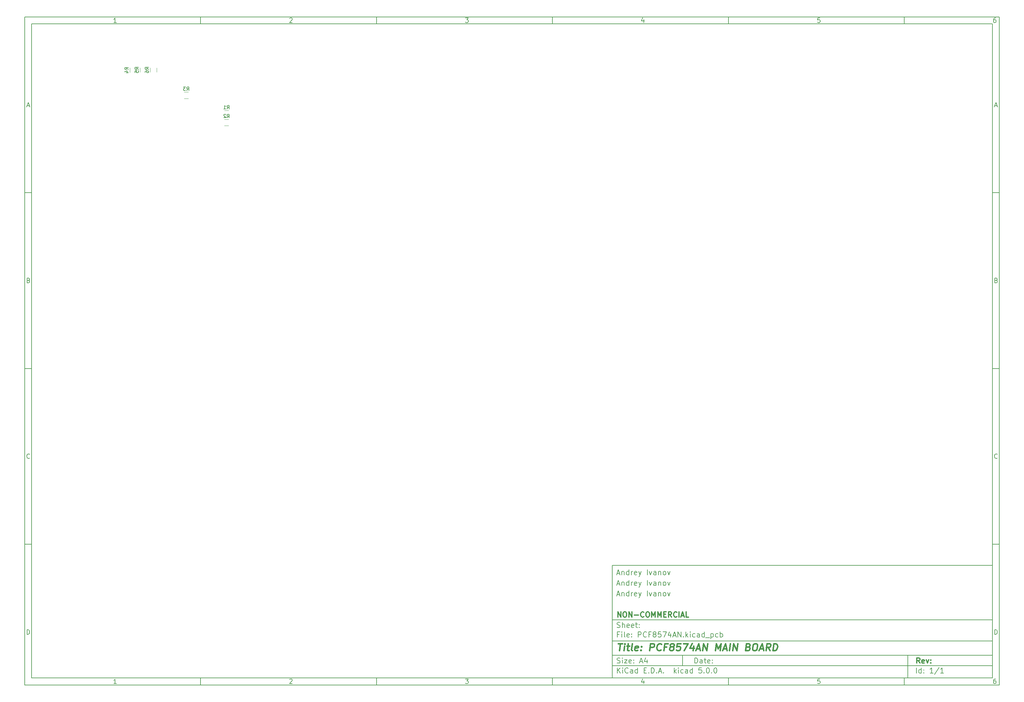
<source format=gbr>
G04 #@! TF.GenerationSoftware,KiCad,Pcbnew,5.0.0*
G04 #@! TF.CreationDate,2018-09-29T21:29:33+03:00*
G04 #@! TF.ProjectId,PCF8574AN,50434638353734414E2E6B696361645F,rev?*
G04 #@! TF.SameCoordinates,Original*
G04 #@! TF.FileFunction,Legend,Bot*
G04 #@! TF.FilePolarity,Positive*
%FSLAX46Y46*%
G04 Gerber Fmt 4.6, Leading zero omitted, Abs format (unit mm)*
G04 Created by KiCad (PCBNEW 5.0.0) date Sat Sep 29 21:29:33 2018*
%MOMM*%
%LPD*%
G01*
G04 APERTURE LIST*
%ADD10C,0.100000*%
%ADD11C,0.150000*%
%ADD12C,0.300000*%
%ADD13C,0.400000*%
%ADD14C,0.120000*%
G04 APERTURE END LIST*
D10*
D11*
X177002200Y-166007200D02*
X177002200Y-198007200D01*
X285002200Y-198007200D01*
X285002200Y-166007200D01*
X177002200Y-166007200D01*
D10*
D11*
X10000000Y-10000000D02*
X10000000Y-200007200D01*
X287002200Y-200007200D01*
X287002200Y-10000000D01*
X10000000Y-10000000D01*
D10*
D11*
X12000000Y-12000000D02*
X12000000Y-198007200D01*
X285002200Y-198007200D01*
X285002200Y-12000000D01*
X12000000Y-12000000D01*
D10*
D11*
X60000000Y-12000000D02*
X60000000Y-10000000D01*
D10*
D11*
X110000000Y-12000000D02*
X110000000Y-10000000D01*
D10*
D11*
X160000000Y-12000000D02*
X160000000Y-10000000D01*
D10*
D11*
X210000000Y-12000000D02*
X210000000Y-10000000D01*
D10*
D11*
X260000000Y-12000000D02*
X260000000Y-10000000D01*
D10*
D11*
X36065476Y-11588095D02*
X35322619Y-11588095D01*
X35694047Y-11588095D02*
X35694047Y-10288095D01*
X35570238Y-10473809D01*
X35446428Y-10597619D01*
X35322619Y-10659523D01*
D10*
D11*
X85322619Y-10411904D02*
X85384523Y-10350000D01*
X85508333Y-10288095D01*
X85817857Y-10288095D01*
X85941666Y-10350000D01*
X86003571Y-10411904D01*
X86065476Y-10535714D01*
X86065476Y-10659523D01*
X86003571Y-10845238D01*
X85260714Y-11588095D01*
X86065476Y-11588095D01*
D10*
D11*
X135260714Y-10288095D02*
X136065476Y-10288095D01*
X135632142Y-10783333D01*
X135817857Y-10783333D01*
X135941666Y-10845238D01*
X136003571Y-10907142D01*
X136065476Y-11030952D01*
X136065476Y-11340476D01*
X136003571Y-11464285D01*
X135941666Y-11526190D01*
X135817857Y-11588095D01*
X135446428Y-11588095D01*
X135322619Y-11526190D01*
X135260714Y-11464285D01*
D10*
D11*
X185941666Y-10721428D02*
X185941666Y-11588095D01*
X185632142Y-10226190D02*
X185322619Y-11154761D01*
X186127380Y-11154761D01*
D10*
D11*
X236003571Y-10288095D02*
X235384523Y-10288095D01*
X235322619Y-10907142D01*
X235384523Y-10845238D01*
X235508333Y-10783333D01*
X235817857Y-10783333D01*
X235941666Y-10845238D01*
X236003571Y-10907142D01*
X236065476Y-11030952D01*
X236065476Y-11340476D01*
X236003571Y-11464285D01*
X235941666Y-11526190D01*
X235817857Y-11588095D01*
X235508333Y-11588095D01*
X235384523Y-11526190D01*
X235322619Y-11464285D01*
D10*
D11*
X285941666Y-10288095D02*
X285694047Y-10288095D01*
X285570238Y-10350000D01*
X285508333Y-10411904D01*
X285384523Y-10597619D01*
X285322619Y-10845238D01*
X285322619Y-11340476D01*
X285384523Y-11464285D01*
X285446428Y-11526190D01*
X285570238Y-11588095D01*
X285817857Y-11588095D01*
X285941666Y-11526190D01*
X286003571Y-11464285D01*
X286065476Y-11340476D01*
X286065476Y-11030952D01*
X286003571Y-10907142D01*
X285941666Y-10845238D01*
X285817857Y-10783333D01*
X285570238Y-10783333D01*
X285446428Y-10845238D01*
X285384523Y-10907142D01*
X285322619Y-11030952D01*
D10*
D11*
X60000000Y-198007200D02*
X60000000Y-200007200D01*
D10*
D11*
X110000000Y-198007200D02*
X110000000Y-200007200D01*
D10*
D11*
X160000000Y-198007200D02*
X160000000Y-200007200D01*
D10*
D11*
X210000000Y-198007200D02*
X210000000Y-200007200D01*
D10*
D11*
X260000000Y-198007200D02*
X260000000Y-200007200D01*
D10*
D11*
X36065476Y-199595295D02*
X35322619Y-199595295D01*
X35694047Y-199595295D02*
X35694047Y-198295295D01*
X35570238Y-198481009D01*
X35446428Y-198604819D01*
X35322619Y-198666723D01*
D10*
D11*
X85322619Y-198419104D02*
X85384523Y-198357200D01*
X85508333Y-198295295D01*
X85817857Y-198295295D01*
X85941666Y-198357200D01*
X86003571Y-198419104D01*
X86065476Y-198542914D01*
X86065476Y-198666723D01*
X86003571Y-198852438D01*
X85260714Y-199595295D01*
X86065476Y-199595295D01*
D10*
D11*
X135260714Y-198295295D02*
X136065476Y-198295295D01*
X135632142Y-198790533D01*
X135817857Y-198790533D01*
X135941666Y-198852438D01*
X136003571Y-198914342D01*
X136065476Y-199038152D01*
X136065476Y-199347676D01*
X136003571Y-199471485D01*
X135941666Y-199533390D01*
X135817857Y-199595295D01*
X135446428Y-199595295D01*
X135322619Y-199533390D01*
X135260714Y-199471485D01*
D10*
D11*
X185941666Y-198728628D02*
X185941666Y-199595295D01*
X185632142Y-198233390D02*
X185322619Y-199161961D01*
X186127380Y-199161961D01*
D10*
D11*
X236003571Y-198295295D02*
X235384523Y-198295295D01*
X235322619Y-198914342D01*
X235384523Y-198852438D01*
X235508333Y-198790533D01*
X235817857Y-198790533D01*
X235941666Y-198852438D01*
X236003571Y-198914342D01*
X236065476Y-199038152D01*
X236065476Y-199347676D01*
X236003571Y-199471485D01*
X235941666Y-199533390D01*
X235817857Y-199595295D01*
X235508333Y-199595295D01*
X235384523Y-199533390D01*
X235322619Y-199471485D01*
D10*
D11*
X285941666Y-198295295D02*
X285694047Y-198295295D01*
X285570238Y-198357200D01*
X285508333Y-198419104D01*
X285384523Y-198604819D01*
X285322619Y-198852438D01*
X285322619Y-199347676D01*
X285384523Y-199471485D01*
X285446428Y-199533390D01*
X285570238Y-199595295D01*
X285817857Y-199595295D01*
X285941666Y-199533390D01*
X286003571Y-199471485D01*
X286065476Y-199347676D01*
X286065476Y-199038152D01*
X286003571Y-198914342D01*
X285941666Y-198852438D01*
X285817857Y-198790533D01*
X285570238Y-198790533D01*
X285446428Y-198852438D01*
X285384523Y-198914342D01*
X285322619Y-199038152D01*
D10*
D11*
X10000000Y-60000000D02*
X12000000Y-60000000D01*
D10*
D11*
X10000000Y-110000000D02*
X12000000Y-110000000D01*
D10*
D11*
X10000000Y-160000000D02*
X12000000Y-160000000D01*
D10*
D11*
X10690476Y-35216666D02*
X11309523Y-35216666D01*
X10566666Y-35588095D02*
X11000000Y-34288095D01*
X11433333Y-35588095D01*
D10*
D11*
X11092857Y-84907142D02*
X11278571Y-84969047D01*
X11340476Y-85030952D01*
X11402380Y-85154761D01*
X11402380Y-85340476D01*
X11340476Y-85464285D01*
X11278571Y-85526190D01*
X11154761Y-85588095D01*
X10659523Y-85588095D01*
X10659523Y-84288095D01*
X11092857Y-84288095D01*
X11216666Y-84350000D01*
X11278571Y-84411904D01*
X11340476Y-84535714D01*
X11340476Y-84659523D01*
X11278571Y-84783333D01*
X11216666Y-84845238D01*
X11092857Y-84907142D01*
X10659523Y-84907142D01*
D10*
D11*
X11402380Y-135464285D02*
X11340476Y-135526190D01*
X11154761Y-135588095D01*
X11030952Y-135588095D01*
X10845238Y-135526190D01*
X10721428Y-135402380D01*
X10659523Y-135278571D01*
X10597619Y-135030952D01*
X10597619Y-134845238D01*
X10659523Y-134597619D01*
X10721428Y-134473809D01*
X10845238Y-134350000D01*
X11030952Y-134288095D01*
X11154761Y-134288095D01*
X11340476Y-134350000D01*
X11402380Y-134411904D01*
D10*
D11*
X10659523Y-185588095D02*
X10659523Y-184288095D01*
X10969047Y-184288095D01*
X11154761Y-184350000D01*
X11278571Y-184473809D01*
X11340476Y-184597619D01*
X11402380Y-184845238D01*
X11402380Y-185030952D01*
X11340476Y-185278571D01*
X11278571Y-185402380D01*
X11154761Y-185526190D01*
X10969047Y-185588095D01*
X10659523Y-185588095D01*
D10*
D11*
X287002200Y-60000000D02*
X285002200Y-60000000D01*
D10*
D11*
X287002200Y-110000000D02*
X285002200Y-110000000D01*
D10*
D11*
X287002200Y-160000000D02*
X285002200Y-160000000D01*
D10*
D11*
X285692676Y-35216666D02*
X286311723Y-35216666D01*
X285568866Y-35588095D02*
X286002200Y-34288095D01*
X286435533Y-35588095D01*
D10*
D11*
X286095057Y-84907142D02*
X286280771Y-84969047D01*
X286342676Y-85030952D01*
X286404580Y-85154761D01*
X286404580Y-85340476D01*
X286342676Y-85464285D01*
X286280771Y-85526190D01*
X286156961Y-85588095D01*
X285661723Y-85588095D01*
X285661723Y-84288095D01*
X286095057Y-84288095D01*
X286218866Y-84350000D01*
X286280771Y-84411904D01*
X286342676Y-84535714D01*
X286342676Y-84659523D01*
X286280771Y-84783333D01*
X286218866Y-84845238D01*
X286095057Y-84907142D01*
X285661723Y-84907142D01*
D10*
D11*
X286404580Y-135464285D02*
X286342676Y-135526190D01*
X286156961Y-135588095D01*
X286033152Y-135588095D01*
X285847438Y-135526190D01*
X285723628Y-135402380D01*
X285661723Y-135278571D01*
X285599819Y-135030952D01*
X285599819Y-134845238D01*
X285661723Y-134597619D01*
X285723628Y-134473809D01*
X285847438Y-134350000D01*
X286033152Y-134288095D01*
X286156961Y-134288095D01*
X286342676Y-134350000D01*
X286404580Y-134411904D01*
D10*
D11*
X285661723Y-185588095D02*
X285661723Y-184288095D01*
X285971247Y-184288095D01*
X286156961Y-184350000D01*
X286280771Y-184473809D01*
X286342676Y-184597619D01*
X286404580Y-184845238D01*
X286404580Y-185030952D01*
X286342676Y-185278571D01*
X286280771Y-185402380D01*
X286156961Y-185526190D01*
X285971247Y-185588095D01*
X285661723Y-185588095D01*
D10*
D11*
X200434342Y-193785771D02*
X200434342Y-192285771D01*
X200791485Y-192285771D01*
X201005771Y-192357200D01*
X201148628Y-192500057D01*
X201220057Y-192642914D01*
X201291485Y-192928628D01*
X201291485Y-193142914D01*
X201220057Y-193428628D01*
X201148628Y-193571485D01*
X201005771Y-193714342D01*
X200791485Y-193785771D01*
X200434342Y-193785771D01*
X202577200Y-193785771D02*
X202577200Y-193000057D01*
X202505771Y-192857200D01*
X202362914Y-192785771D01*
X202077200Y-192785771D01*
X201934342Y-192857200D01*
X202577200Y-193714342D02*
X202434342Y-193785771D01*
X202077200Y-193785771D01*
X201934342Y-193714342D01*
X201862914Y-193571485D01*
X201862914Y-193428628D01*
X201934342Y-193285771D01*
X202077200Y-193214342D01*
X202434342Y-193214342D01*
X202577200Y-193142914D01*
X203077200Y-192785771D02*
X203648628Y-192785771D01*
X203291485Y-192285771D02*
X203291485Y-193571485D01*
X203362914Y-193714342D01*
X203505771Y-193785771D01*
X203648628Y-193785771D01*
X204720057Y-193714342D02*
X204577200Y-193785771D01*
X204291485Y-193785771D01*
X204148628Y-193714342D01*
X204077200Y-193571485D01*
X204077200Y-193000057D01*
X204148628Y-192857200D01*
X204291485Y-192785771D01*
X204577200Y-192785771D01*
X204720057Y-192857200D01*
X204791485Y-193000057D01*
X204791485Y-193142914D01*
X204077200Y-193285771D01*
X205434342Y-193642914D02*
X205505771Y-193714342D01*
X205434342Y-193785771D01*
X205362914Y-193714342D01*
X205434342Y-193642914D01*
X205434342Y-193785771D01*
X205434342Y-192857200D02*
X205505771Y-192928628D01*
X205434342Y-193000057D01*
X205362914Y-192928628D01*
X205434342Y-192857200D01*
X205434342Y-193000057D01*
D10*
D11*
X177002200Y-194507200D02*
X285002200Y-194507200D01*
D10*
D11*
X178434342Y-196585771D02*
X178434342Y-195085771D01*
X179291485Y-196585771D02*
X178648628Y-195728628D01*
X179291485Y-195085771D02*
X178434342Y-195942914D01*
X179934342Y-196585771D02*
X179934342Y-195585771D01*
X179934342Y-195085771D02*
X179862914Y-195157200D01*
X179934342Y-195228628D01*
X180005771Y-195157200D01*
X179934342Y-195085771D01*
X179934342Y-195228628D01*
X181505771Y-196442914D02*
X181434342Y-196514342D01*
X181220057Y-196585771D01*
X181077200Y-196585771D01*
X180862914Y-196514342D01*
X180720057Y-196371485D01*
X180648628Y-196228628D01*
X180577200Y-195942914D01*
X180577200Y-195728628D01*
X180648628Y-195442914D01*
X180720057Y-195300057D01*
X180862914Y-195157200D01*
X181077200Y-195085771D01*
X181220057Y-195085771D01*
X181434342Y-195157200D01*
X181505771Y-195228628D01*
X182791485Y-196585771D02*
X182791485Y-195800057D01*
X182720057Y-195657200D01*
X182577200Y-195585771D01*
X182291485Y-195585771D01*
X182148628Y-195657200D01*
X182791485Y-196514342D02*
X182648628Y-196585771D01*
X182291485Y-196585771D01*
X182148628Y-196514342D01*
X182077200Y-196371485D01*
X182077200Y-196228628D01*
X182148628Y-196085771D01*
X182291485Y-196014342D01*
X182648628Y-196014342D01*
X182791485Y-195942914D01*
X184148628Y-196585771D02*
X184148628Y-195085771D01*
X184148628Y-196514342D02*
X184005771Y-196585771D01*
X183720057Y-196585771D01*
X183577200Y-196514342D01*
X183505771Y-196442914D01*
X183434342Y-196300057D01*
X183434342Y-195871485D01*
X183505771Y-195728628D01*
X183577200Y-195657200D01*
X183720057Y-195585771D01*
X184005771Y-195585771D01*
X184148628Y-195657200D01*
X186005771Y-195800057D02*
X186505771Y-195800057D01*
X186720057Y-196585771D02*
X186005771Y-196585771D01*
X186005771Y-195085771D01*
X186720057Y-195085771D01*
X187362914Y-196442914D02*
X187434342Y-196514342D01*
X187362914Y-196585771D01*
X187291485Y-196514342D01*
X187362914Y-196442914D01*
X187362914Y-196585771D01*
X188077200Y-196585771D02*
X188077200Y-195085771D01*
X188434342Y-195085771D01*
X188648628Y-195157200D01*
X188791485Y-195300057D01*
X188862914Y-195442914D01*
X188934342Y-195728628D01*
X188934342Y-195942914D01*
X188862914Y-196228628D01*
X188791485Y-196371485D01*
X188648628Y-196514342D01*
X188434342Y-196585771D01*
X188077200Y-196585771D01*
X189577200Y-196442914D02*
X189648628Y-196514342D01*
X189577200Y-196585771D01*
X189505771Y-196514342D01*
X189577200Y-196442914D01*
X189577200Y-196585771D01*
X190220057Y-196157200D02*
X190934342Y-196157200D01*
X190077200Y-196585771D02*
X190577200Y-195085771D01*
X191077200Y-196585771D01*
X191577200Y-196442914D02*
X191648628Y-196514342D01*
X191577200Y-196585771D01*
X191505771Y-196514342D01*
X191577200Y-196442914D01*
X191577200Y-196585771D01*
X194577200Y-196585771D02*
X194577200Y-195085771D01*
X194720057Y-196014342D02*
X195148628Y-196585771D01*
X195148628Y-195585771D02*
X194577200Y-196157200D01*
X195791485Y-196585771D02*
X195791485Y-195585771D01*
X195791485Y-195085771D02*
X195720057Y-195157200D01*
X195791485Y-195228628D01*
X195862914Y-195157200D01*
X195791485Y-195085771D01*
X195791485Y-195228628D01*
X197148628Y-196514342D02*
X197005771Y-196585771D01*
X196720057Y-196585771D01*
X196577200Y-196514342D01*
X196505771Y-196442914D01*
X196434342Y-196300057D01*
X196434342Y-195871485D01*
X196505771Y-195728628D01*
X196577200Y-195657200D01*
X196720057Y-195585771D01*
X197005771Y-195585771D01*
X197148628Y-195657200D01*
X198434342Y-196585771D02*
X198434342Y-195800057D01*
X198362914Y-195657200D01*
X198220057Y-195585771D01*
X197934342Y-195585771D01*
X197791485Y-195657200D01*
X198434342Y-196514342D02*
X198291485Y-196585771D01*
X197934342Y-196585771D01*
X197791485Y-196514342D01*
X197720057Y-196371485D01*
X197720057Y-196228628D01*
X197791485Y-196085771D01*
X197934342Y-196014342D01*
X198291485Y-196014342D01*
X198434342Y-195942914D01*
X199791485Y-196585771D02*
X199791485Y-195085771D01*
X199791485Y-196514342D02*
X199648628Y-196585771D01*
X199362914Y-196585771D01*
X199220057Y-196514342D01*
X199148628Y-196442914D01*
X199077200Y-196300057D01*
X199077200Y-195871485D01*
X199148628Y-195728628D01*
X199220057Y-195657200D01*
X199362914Y-195585771D01*
X199648628Y-195585771D01*
X199791485Y-195657200D01*
X202362914Y-195085771D02*
X201648628Y-195085771D01*
X201577200Y-195800057D01*
X201648628Y-195728628D01*
X201791485Y-195657200D01*
X202148628Y-195657200D01*
X202291485Y-195728628D01*
X202362914Y-195800057D01*
X202434342Y-195942914D01*
X202434342Y-196300057D01*
X202362914Y-196442914D01*
X202291485Y-196514342D01*
X202148628Y-196585771D01*
X201791485Y-196585771D01*
X201648628Y-196514342D01*
X201577200Y-196442914D01*
X203077200Y-196442914D02*
X203148628Y-196514342D01*
X203077200Y-196585771D01*
X203005771Y-196514342D01*
X203077200Y-196442914D01*
X203077200Y-196585771D01*
X204077200Y-195085771D02*
X204220057Y-195085771D01*
X204362914Y-195157200D01*
X204434342Y-195228628D01*
X204505771Y-195371485D01*
X204577200Y-195657200D01*
X204577200Y-196014342D01*
X204505771Y-196300057D01*
X204434342Y-196442914D01*
X204362914Y-196514342D01*
X204220057Y-196585771D01*
X204077200Y-196585771D01*
X203934342Y-196514342D01*
X203862914Y-196442914D01*
X203791485Y-196300057D01*
X203720057Y-196014342D01*
X203720057Y-195657200D01*
X203791485Y-195371485D01*
X203862914Y-195228628D01*
X203934342Y-195157200D01*
X204077200Y-195085771D01*
X205220057Y-196442914D02*
X205291485Y-196514342D01*
X205220057Y-196585771D01*
X205148628Y-196514342D01*
X205220057Y-196442914D01*
X205220057Y-196585771D01*
X206220057Y-195085771D02*
X206362914Y-195085771D01*
X206505771Y-195157200D01*
X206577200Y-195228628D01*
X206648628Y-195371485D01*
X206720057Y-195657200D01*
X206720057Y-196014342D01*
X206648628Y-196300057D01*
X206577200Y-196442914D01*
X206505771Y-196514342D01*
X206362914Y-196585771D01*
X206220057Y-196585771D01*
X206077200Y-196514342D01*
X206005771Y-196442914D01*
X205934342Y-196300057D01*
X205862914Y-196014342D01*
X205862914Y-195657200D01*
X205934342Y-195371485D01*
X206005771Y-195228628D01*
X206077200Y-195157200D01*
X206220057Y-195085771D01*
D10*
D11*
X177002200Y-191507200D02*
X285002200Y-191507200D01*
D10*
D12*
X264411485Y-193785771D02*
X263911485Y-193071485D01*
X263554342Y-193785771D02*
X263554342Y-192285771D01*
X264125771Y-192285771D01*
X264268628Y-192357200D01*
X264340057Y-192428628D01*
X264411485Y-192571485D01*
X264411485Y-192785771D01*
X264340057Y-192928628D01*
X264268628Y-193000057D01*
X264125771Y-193071485D01*
X263554342Y-193071485D01*
X265625771Y-193714342D02*
X265482914Y-193785771D01*
X265197200Y-193785771D01*
X265054342Y-193714342D01*
X264982914Y-193571485D01*
X264982914Y-193000057D01*
X265054342Y-192857200D01*
X265197200Y-192785771D01*
X265482914Y-192785771D01*
X265625771Y-192857200D01*
X265697200Y-193000057D01*
X265697200Y-193142914D01*
X264982914Y-193285771D01*
X266197200Y-192785771D02*
X266554342Y-193785771D01*
X266911485Y-192785771D01*
X267482914Y-193642914D02*
X267554342Y-193714342D01*
X267482914Y-193785771D01*
X267411485Y-193714342D01*
X267482914Y-193642914D01*
X267482914Y-193785771D01*
X267482914Y-192857200D02*
X267554342Y-192928628D01*
X267482914Y-193000057D01*
X267411485Y-192928628D01*
X267482914Y-192857200D01*
X267482914Y-193000057D01*
D10*
D11*
X178362914Y-193714342D02*
X178577200Y-193785771D01*
X178934342Y-193785771D01*
X179077200Y-193714342D01*
X179148628Y-193642914D01*
X179220057Y-193500057D01*
X179220057Y-193357200D01*
X179148628Y-193214342D01*
X179077200Y-193142914D01*
X178934342Y-193071485D01*
X178648628Y-193000057D01*
X178505771Y-192928628D01*
X178434342Y-192857200D01*
X178362914Y-192714342D01*
X178362914Y-192571485D01*
X178434342Y-192428628D01*
X178505771Y-192357200D01*
X178648628Y-192285771D01*
X179005771Y-192285771D01*
X179220057Y-192357200D01*
X179862914Y-193785771D02*
X179862914Y-192785771D01*
X179862914Y-192285771D02*
X179791485Y-192357200D01*
X179862914Y-192428628D01*
X179934342Y-192357200D01*
X179862914Y-192285771D01*
X179862914Y-192428628D01*
X180434342Y-192785771D02*
X181220057Y-192785771D01*
X180434342Y-193785771D01*
X181220057Y-193785771D01*
X182362914Y-193714342D02*
X182220057Y-193785771D01*
X181934342Y-193785771D01*
X181791485Y-193714342D01*
X181720057Y-193571485D01*
X181720057Y-193000057D01*
X181791485Y-192857200D01*
X181934342Y-192785771D01*
X182220057Y-192785771D01*
X182362914Y-192857200D01*
X182434342Y-193000057D01*
X182434342Y-193142914D01*
X181720057Y-193285771D01*
X183077200Y-193642914D02*
X183148628Y-193714342D01*
X183077200Y-193785771D01*
X183005771Y-193714342D01*
X183077200Y-193642914D01*
X183077200Y-193785771D01*
X183077200Y-192857200D02*
X183148628Y-192928628D01*
X183077200Y-193000057D01*
X183005771Y-192928628D01*
X183077200Y-192857200D01*
X183077200Y-193000057D01*
X184862914Y-193357200D02*
X185577200Y-193357200D01*
X184720057Y-193785771D02*
X185220057Y-192285771D01*
X185720057Y-193785771D01*
X186862914Y-192785771D02*
X186862914Y-193785771D01*
X186505771Y-192214342D02*
X186148628Y-193285771D01*
X187077200Y-193285771D01*
D10*
D11*
X263434342Y-196585771D02*
X263434342Y-195085771D01*
X264791485Y-196585771D02*
X264791485Y-195085771D01*
X264791485Y-196514342D02*
X264648628Y-196585771D01*
X264362914Y-196585771D01*
X264220057Y-196514342D01*
X264148628Y-196442914D01*
X264077200Y-196300057D01*
X264077200Y-195871485D01*
X264148628Y-195728628D01*
X264220057Y-195657200D01*
X264362914Y-195585771D01*
X264648628Y-195585771D01*
X264791485Y-195657200D01*
X265505771Y-196442914D02*
X265577200Y-196514342D01*
X265505771Y-196585771D01*
X265434342Y-196514342D01*
X265505771Y-196442914D01*
X265505771Y-196585771D01*
X265505771Y-195657200D02*
X265577200Y-195728628D01*
X265505771Y-195800057D01*
X265434342Y-195728628D01*
X265505771Y-195657200D01*
X265505771Y-195800057D01*
X268148628Y-196585771D02*
X267291485Y-196585771D01*
X267720057Y-196585771D02*
X267720057Y-195085771D01*
X267577200Y-195300057D01*
X267434342Y-195442914D01*
X267291485Y-195514342D01*
X269862914Y-195014342D02*
X268577200Y-196942914D01*
X271148628Y-196585771D02*
X270291485Y-196585771D01*
X270720057Y-196585771D02*
X270720057Y-195085771D01*
X270577200Y-195300057D01*
X270434342Y-195442914D01*
X270291485Y-195514342D01*
D10*
D11*
X177002200Y-187507200D02*
X285002200Y-187507200D01*
D10*
D13*
X178714580Y-188211961D02*
X179857438Y-188211961D01*
X179036009Y-190211961D02*
X179286009Y-188211961D01*
X180274104Y-190211961D02*
X180440771Y-188878628D01*
X180524104Y-188211961D02*
X180416961Y-188307200D01*
X180500295Y-188402438D01*
X180607438Y-188307200D01*
X180524104Y-188211961D01*
X180500295Y-188402438D01*
X181107438Y-188878628D02*
X181869342Y-188878628D01*
X181476485Y-188211961D02*
X181262200Y-189926247D01*
X181333628Y-190116723D01*
X181512200Y-190211961D01*
X181702676Y-190211961D01*
X182655057Y-190211961D02*
X182476485Y-190116723D01*
X182405057Y-189926247D01*
X182619342Y-188211961D01*
X184190771Y-190116723D02*
X183988390Y-190211961D01*
X183607438Y-190211961D01*
X183428866Y-190116723D01*
X183357438Y-189926247D01*
X183452676Y-189164342D01*
X183571723Y-188973866D01*
X183774104Y-188878628D01*
X184155057Y-188878628D01*
X184333628Y-188973866D01*
X184405057Y-189164342D01*
X184381247Y-189354819D01*
X183405057Y-189545295D01*
X185155057Y-190021485D02*
X185238390Y-190116723D01*
X185131247Y-190211961D01*
X185047914Y-190116723D01*
X185155057Y-190021485D01*
X185131247Y-190211961D01*
X185286009Y-188973866D02*
X185369342Y-189069104D01*
X185262200Y-189164342D01*
X185178866Y-189069104D01*
X185286009Y-188973866D01*
X185262200Y-189164342D01*
X187607438Y-190211961D02*
X187857438Y-188211961D01*
X188619342Y-188211961D01*
X188797914Y-188307200D01*
X188881247Y-188402438D01*
X188952676Y-188592914D01*
X188916961Y-188878628D01*
X188797914Y-189069104D01*
X188690771Y-189164342D01*
X188488390Y-189259580D01*
X187726485Y-189259580D01*
X190774104Y-190021485D02*
X190666961Y-190116723D01*
X190369342Y-190211961D01*
X190178866Y-190211961D01*
X189905057Y-190116723D01*
X189738390Y-189926247D01*
X189666961Y-189735771D01*
X189619342Y-189354819D01*
X189655057Y-189069104D01*
X189797914Y-188688152D01*
X189916961Y-188497676D01*
X190131247Y-188307200D01*
X190428866Y-188211961D01*
X190619342Y-188211961D01*
X190893152Y-188307200D01*
X190976485Y-188402438D01*
X192405057Y-189164342D02*
X191738390Y-189164342D01*
X191607438Y-190211961D02*
X191857438Y-188211961D01*
X192809819Y-188211961D01*
X193750295Y-189069104D02*
X193571723Y-188973866D01*
X193488390Y-188878628D01*
X193416961Y-188688152D01*
X193428866Y-188592914D01*
X193547914Y-188402438D01*
X193655057Y-188307200D01*
X193857438Y-188211961D01*
X194238390Y-188211961D01*
X194416961Y-188307200D01*
X194500295Y-188402438D01*
X194571723Y-188592914D01*
X194559819Y-188688152D01*
X194440771Y-188878628D01*
X194333628Y-188973866D01*
X194131247Y-189069104D01*
X193750295Y-189069104D01*
X193547914Y-189164342D01*
X193440771Y-189259580D01*
X193321723Y-189450057D01*
X193274104Y-189831009D01*
X193345533Y-190021485D01*
X193428866Y-190116723D01*
X193607438Y-190211961D01*
X193988390Y-190211961D01*
X194190771Y-190116723D01*
X194297914Y-190021485D01*
X194416961Y-189831009D01*
X194464580Y-189450057D01*
X194393152Y-189259580D01*
X194309819Y-189164342D01*
X194131247Y-189069104D01*
X196428866Y-188211961D02*
X195476485Y-188211961D01*
X195262200Y-189164342D01*
X195369342Y-189069104D01*
X195571723Y-188973866D01*
X196047914Y-188973866D01*
X196226485Y-189069104D01*
X196309819Y-189164342D01*
X196381247Y-189354819D01*
X196321723Y-189831009D01*
X196202676Y-190021485D01*
X196095533Y-190116723D01*
X195893152Y-190211961D01*
X195416961Y-190211961D01*
X195238390Y-190116723D01*
X195155057Y-190021485D01*
X197190771Y-188211961D02*
X198524104Y-188211961D01*
X197416961Y-190211961D01*
X200059819Y-188878628D02*
X199893152Y-190211961D01*
X199678866Y-188116723D02*
X199024104Y-189545295D01*
X200262200Y-189545295D01*
X200916961Y-189640533D02*
X201869342Y-189640533D01*
X200655057Y-190211961D02*
X201571723Y-188211961D01*
X201988390Y-190211961D01*
X202655057Y-190211961D02*
X202905057Y-188211961D01*
X203797914Y-190211961D01*
X204047914Y-188211961D01*
X206274104Y-190211961D02*
X206524104Y-188211961D01*
X207012200Y-189640533D01*
X207857438Y-188211961D01*
X207607438Y-190211961D01*
X208536009Y-189640533D02*
X209488390Y-189640533D01*
X208274104Y-190211961D02*
X209190771Y-188211961D01*
X209607438Y-190211961D01*
X210274104Y-190211961D02*
X210524104Y-188211961D01*
X211226485Y-190211961D02*
X211476485Y-188211961D01*
X212369342Y-190211961D01*
X212619342Y-188211961D01*
X215643152Y-189164342D02*
X215916961Y-189259580D01*
X216000295Y-189354819D01*
X216071723Y-189545295D01*
X216036009Y-189831009D01*
X215916961Y-190021485D01*
X215809819Y-190116723D01*
X215607438Y-190211961D01*
X214845533Y-190211961D01*
X215095533Y-188211961D01*
X215762200Y-188211961D01*
X215940771Y-188307200D01*
X216024104Y-188402438D01*
X216095533Y-188592914D01*
X216071723Y-188783390D01*
X215952676Y-188973866D01*
X215845533Y-189069104D01*
X215643152Y-189164342D01*
X214976485Y-189164342D01*
X217476485Y-188211961D02*
X217857438Y-188211961D01*
X218036009Y-188307200D01*
X218202676Y-188497676D01*
X218250295Y-188878628D01*
X218166961Y-189545295D01*
X218024104Y-189926247D01*
X217809819Y-190116723D01*
X217607438Y-190211961D01*
X217226485Y-190211961D01*
X217047914Y-190116723D01*
X216881247Y-189926247D01*
X216833628Y-189545295D01*
X216916961Y-188878628D01*
X217059819Y-188497676D01*
X217274104Y-188307200D01*
X217476485Y-188211961D01*
X218916961Y-189640533D02*
X219869342Y-189640533D01*
X218655057Y-190211961D02*
X219571723Y-188211961D01*
X219988390Y-190211961D01*
X221797914Y-190211961D02*
X221250295Y-189259580D01*
X220655057Y-190211961D02*
X220905057Y-188211961D01*
X221666961Y-188211961D01*
X221845533Y-188307200D01*
X221928866Y-188402438D01*
X222000295Y-188592914D01*
X221964580Y-188878628D01*
X221845533Y-189069104D01*
X221738390Y-189164342D01*
X221536009Y-189259580D01*
X220774104Y-189259580D01*
X222655057Y-190211961D02*
X222905057Y-188211961D01*
X223381247Y-188211961D01*
X223655057Y-188307200D01*
X223821723Y-188497676D01*
X223893152Y-188688152D01*
X223940771Y-189069104D01*
X223905057Y-189354819D01*
X223762200Y-189735771D01*
X223643152Y-189926247D01*
X223428866Y-190116723D01*
X223131247Y-190211961D01*
X222655057Y-190211961D01*
D10*
D11*
X178934342Y-185600057D02*
X178434342Y-185600057D01*
X178434342Y-186385771D02*
X178434342Y-184885771D01*
X179148628Y-184885771D01*
X179720057Y-186385771D02*
X179720057Y-185385771D01*
X179720057Y-184885771D02*
X179648628Y-184957200D01*
X179720057Y-185028628D01*
X179791485Y-184957200D01*
X179720057Y-184885771D01*
X179720057Y-185028628D01*
X180648628Y-186385771D02*
X180505771Y-186314342D01*
X180434342Y-186171485D01*
X180434342Y-184885771D01*
X181791485Y-186314342D02*
X181648628Y-186385771D01*
X181362914Y-186385771D01*
X181220057Y-186314342D01*
X181148628Y-186171485D01*
X181148628Y-185600057D01*
X181220057Y-185457200D01*
X181362914Y-185385771D01*
X181648628Y-185385771D01*
X181791485Y-185457200D01*
X181862914Y-185600057D01*
X181862914Y-185742914D01*
X181148628Y-185885771D01*
X182505771Y-186242914D02*
X182577200Y-186314342D01*
X182505771Y-186385771D01*
X182434342Y-186314342D01*
X182505771Y-186242914D01*
X182505771Y-186385771D01*
X182505771Y-185457200D02*
X182577200Y-185528628D01*
X182505771Y-185600057D01*
X182434342Y-185528628D01*
X182505771Y-185457200D01*
X182505771Y-185600057D01*
X184362914Y-186385771D02*
X184362914Y-184885771D01*
X184934342Y-184885771D01*
X185077200Y-184957200D01*
X185148628Y-185028628D01*
X185220057Y-185171485D01*
X185220057Y-185385771D01*
X185148628Y-185528628D01*
X185077200Y-185600057D01*
X184934342Y-185671485D01*
X184362914Y-185671485D01*
X186720057Y-186242914D02*
X186648628Y-186314342D01*
X186434342Y-186385771D01*
X186291485Y-186385771D01*
X186077200Y-186314342D01*
X185934342Y-186171485D01*
X185862914Y-186028628D01*
X185791485Y-185742914D01*
X185791485Y-185528628D01*
X185862914Y-185242914D01*
X185934342Y-185100057D01*
X186077200Y-184957200D01*
X186291485Y-184885771D01*
X186434342Y-184885771D01*
X186648628Y-184957200D01*
X186720057Y-185028628D01*
X187862914Y-185600057D02*
X187362914Y-185600057D01*
X187362914Y-186385771D02*
X187362914Y-184885771D01*
X188077200Y-184885771D01*
X188862914Y-185528628D02*
X188720057Y-185457200D01*
X188648628Y-185385771D01*
X188577200Y-185242914D01*
X188577200Y-185171485D01*
X188648628Y-185028628D01*
X188720057Y-184957200D01*
X188862914Y-184885771D01*
X189148628Y-184885771D01*
X189291485Y-184957200D01*
X189362914Y-185028628D01*
X189434342Y-185171485D01*
X189434342Y-185242914D01*
X189362914Y-185385771D01*
X189291485Y-185457200D01*
X189148628Y-185528628D01*
X188862914Y-185528628D01*
X188720057Y-185600057D01*
X188648628Y-185671485D01*
X188577200Y-185814342D01*
X188577200Y-186100057D01*
X188648628Y-186242914D01*
X188720057Y-186314342D01*
X188862914Y-186385771D01*
X189148628Y-186385771D01*
X189291485Y-186314342D01*
X189362914Y-186242914D01*
X189434342Y-186100057D01*
X189434342Y-185814342D01*
X189362914Y-185671485D01*
X189291485Y-185600057D01*
X189148628Y-185528628D01*
X190791485Y-184885771D02*
X190077200Y-184885771D01*
X190005771Y-185600057D01*
X190077200Y-185528628D01*
X190220057Y-185457200D01*
X190577200Y-185457200D01*
X190720057Y-185528628D01*
X190791485Y-185600057D01*
X190862914Y-185742914D01*
X190862914Y-186100057D01*
X190791485Y-186242914D01*
X190720057Y-186314342D01*
X190577200Y-186385771D01*
X190220057Y-186385771D01*
X190077200Y-186314342D01*
X190005771Y-186242914D01*
X191362914Y-184885771D02*
X192362914Y-184885771D01*
X191720057Y-186385771D01*
X193577200Y-185385771D02*
X193577200Y-186385771D01*
X193220057Y-184814342D02*
X192862914Y-185885771D01*
X193791485Y-185885771D01*
X194291485Y-185957200D02*
X195005771Y-185957200D01*
X194148628Y-186385771D02*
X194648628Y-184885771D01*
X195148628Y-186385771D01*
X195648628Y-186385771D02*
X195648628Y-184885771D01*
X196505771Y-186385771D01*
X196505771Y-184885771D01*
X197220057Y-186242914D02*
X197291485Y-186314342D01*
X197220057Y-186385771D01*
X197148628Y-186314342D01*
X197220057Y-186242914D01*
X197220057Y-186385771D01*
X197934342Y-186385771D02*
X197934342Y-184885771D01*
X198077200Y-185814342D02*
X198505771Y-186385771D01*
X198505771Y-185385771D02*
X197934342Y-185957200D01*
X199148628Y-186385771D02*
X199148628Y-185385771D01*
X199148628Y-184885771D02*
X199077200Y-184957200D01*
X199148628Y-185028628D01*
X199220057Y-184957200D01*
X199148628Y-184885771D01*
X199148628Y-185028628D01*
X200505771Y-186314342D02*
X200362914Y-186385771D01*
X200077200Y-186385771D01*
X199934342Y-186314342D01*
X199862914Y-186242914D01*
X199791485Y-186100057D01*
X199791485Y-185671485D01*
X199862914Y-185528628D01*
X199934342Y-185457200D01*
X200077200Y-185385771D01*
X200362914Y-185385771D01*
X200505771Y-185457200D01*
X201791485Y-186385771D02*
X201791485Y-185600057D01*
X201720057Y-185457200D01*
X201577200Y-185385771D01*
X201291485Y-185385771D01*
X201148628Y-185457200D01*
X201791485Y-186314342D02*
X201648628Y-186385771D01*
X201291485Y-186385771D01*
X201148628Y-186314342D01*
X201077200Y-186171485D01*
X201077200Y-186028628D01*
X201148628Y-185885771D01*
X201291485Y-185814342D01*
X201648628Y-185814342D01*
X201791485Y-185742914D01*
X203148628Y-186385771D02*
X203148628Y-184885771D01*
X203148628Y-186314342D02*
X203005771Y-186385771D01*
X202720057Y-186385771D01*
X202577200Y-186314342D01*
X202505771Y-186242914D01*
X202434342Y-186100057D01*
X202434342Y-185671485D01*
X202505771Y-185528628D01*
X202577200Y-185457200D01*
X202720057Y-185385771D01*
X203005771Y-185385771D01*
X203148628Y-185457200D01*
X203505771Y-186528628D02*
X204648628Y-186528628D01*
X205005771Y-185385771D02*
X205005771Y-186885771D01*
X205005771Y-185457200D02*
X205148628Y-185385771D01*
X205434342Y-185385771D01*
X205577200Y-185457200D01*
X205648628Y-185528628D01*
X205720057Y-185671485D01*
X205720057Y-186100057D01*
X205648628Y-186242914D01*
X205577200Y-186314342D01*
X205434342Y-186385771D01*
X205148628Y-186385771D01*
X205005771Y-186314342D01*
X207005771Y-186314342D02*
X206862914Y-186385771D01*
X206577200Y-186385771D01*
X206434342Y-186314342D01*
X206362914Y-186242914D01*
X206291485Y-186100057D01*
X206291485Y-185671485D01*
X206362914Y-185528628D01*
X206434342Y-185457200D01*
X206577200Y-185385771D01*
X206862914Y-185385771D01*
X207005771Y-185457200D01*
X207648628Y-186385771D02*
X207648628Y-184885771D01*
X207648628Y-185457200D02*
X207791485Y-185385771D01*
X208077200Y-185385771D01*
X208220057Y-185457200D01*
X208291485Y-185528628D01*
X208362914Y-185671485D01*
X208362914Y-186100057D01*
X208291485Y-186242914D01*
X208220057Y-186314342D01*
X208077200Y-186385771D01*
X207791485Y-186385771D01*
X207648628Y-186314342D01*
D10*
D11*
X177002200Y-181507200D02*
X285002200Y-181507200D01*
D10*
D11*
X178362914Y-183614342D02*
X178577200Y-183685771D01*
X178934342Y-183685771D01*
X179077200Y-183614342D01*
X179148628Y-183542914D01*
X179220057Y-183400057D01*
X179220057Y-183257200D01*
X179148628Y-183114342D01*
X179077200Y-183042914D01*
X178934342Y-182971485D01*
X178648628Y-182900057D01*
X178505771Y-182828628D01*
X178434342Y-182757200D01*
X178362914Y-182614342D01*
X178362914Y-182471485D01*
X178434342Y-182328628D01*
X178505771Y-182257200D01*
X178648628Y-182185771D01*
X179005771Y-182185771D01*
X179220057Y-182257200D01*
X179862914Y-183685771D02*
X179862914Y-182185771D01*
X180505771Y-183685771D02*
X180505771Y-182900057D01*
X180434342Y-182757200D01*
X180291485Y-182685771D01*
X180077200Y-182685771D01*
X179934342Y-182757200D01*
X179862914Y-182828628D01*
X181791485Y-183614342D02*
X181648628Y-183685771D01*
X181362914Y-183685771D01*
X181220057Y-183614342D01*
X181148628Y-183471485D01*
X181148628Y-182900057D01*
X181220057Y-182757200D01*
X181362914Y-182685771D01*
X181648628Y-182685771D01*
X181791485Y-182757200D01*
X181862914Y-182900057D01*
X181862914Y-183042914D01*
X181148628Y-183185771D01*
X183077200Y-183614342D02*
X182934342Y-183685771D01*
X182648628Y-183685771D01*
X182505771Y-183614342D01*
X182434342Y-183471485D01*
X182434342Y-182900057D01*
X182505771Y-182757200D01*
X182648628Y-182685771D01*
X182934342Y-182685771D01*
X183077200Y-182757200D01*
X183148628Y-182900057D01*
X183148628Y-183042914D01*
X182434342Y-183185771D01*
X183577200Y-182685771D02*
X184148628Y-182685771D01*
X183791485Y-182185771D02*
X183791485Y-183471485D01*
X183862914Y-183614342D01*
X184005771Y-183685771D01*
X184148628Y-183685771D01*
X184648628Y-183542914D02*
X184720057Y-183614342D01*
X184648628Y-183685771D01*
X184577200Y-183614342D01*
X184648628Y-183542914D01*
X184648628Y-183685771D01*
X184648628Y-182757200D02*
X184720057Y-182828628D01*
X184648628Y-182900057D01*
X184577200Y-182828628D01*
X184648628Y-182757200D01*
X184648628Y-182900057D01*
D10*
D12*
X178554342Y-180685771D02*
X178554342Y-179185771D01*
X179411485Y-180685771D01*
X179411485Y-179185771D01*
X180411485Y-179185771D02*
X180697200Y-179185771D01*
X180840057Y-179257200D01*
X180982914Y-179400057D01*
X181054342Y-179685771D01*
X181054342Y-180185771D01*
X180982914Y-180471485D01*
X180840057Y-180614342D01*
X180697200Y-180685771D01*
X180411485Y-180685771D01*
X180268628Y-180614342D01*
X180125771Y-180471485D01*
X180054342Y-180185771D01*
X180054342Y-179685771D01*
X180125771Y-179400057D01*
X180268628Y-179257200D01*
X180411485Y-179185771D01*
X181697200Y-180685771D02*
X181697200Y-179185771D01*
X182554342Y-180685771D01*
X182554342Y-179185771D01*
X183268628Y-180114342D02*
X184411485Y-180114342D01*
X185982914Y-180542914D02*
X185911485Y-180614342D01*
X185697200Y-180685771D01*
X185554342Y-180685771D01*
X185340057Y-180614342D01*
X185197200Y-180471485D01*
X185125771Y-180328628D01*
X185054342Y-180042914D01*
X185054342Y-179828628D01*
X185125771Y-179542914D01*
X185197200Y-179400057D01*
X185340057Y-179257200D01*
X185554342Y-179185771D01*
X185697200Y-179185771D01*
X185911485Y-179257200D01*
X185982914Y-179328628D01*
X186911485Y-179185771D02*
X187197200Y-179185771D01*
X187340057Y-179257200D01*
X187482914Y-179400057D01*
X187554342Y-179685771D01*
X187554342Y-180185771D01*
X187482914Y-180471485D01*
X187340057Y-180614342D01*
X187197200Y-180685771D01*
X186911485Y-180685771D01*
X186768628Y-180614342D01*
X186625771Y-180471485D01*
X186554342Y-180185771D01*
X186554342Y-179685771D01*
X186625771Y-179400057D01*
X186768628Y-179257200D01*
X186911485Y-179185771D01*
X188197200Y-180685771D02*
X188197200Y-179185771D01*
X188697200Y-180257200D01*
X189197200Y-179185771D01*
X189197200Y-180685771D01*
X189911485Y-180685771D02*
X189911485Y-179185771D01*
X190411485Y-180257200D01*
X190911485Y-179185771D01*
X190911485Y-180685771D01*
X191625771Y-179900057D02*
X192125771Y-179900057D01*
X192340057Y-180685771D02*
X191625771Y-180685771D01*
X191625771Y-179185771D01*
X192340057Y-179185771D01*
X193840057Y-180685771D02*
X193340057Y-179971485D01*
X192982914Y-180685771D02*
X192982914Y-179185771D01*
X193554342Y-179185771D01*
X193697200Y-179257200D01*
X193768628Y-179328628D01*
X193840057Y-179471485D01*
X193840057Y-179685771D01*
X193768628Y-179828628D01*
X193697200Y-179900057D01*
X193554342Y-179971485D01*
X192982914Y-179971485D01*
X195340057Y-180542914D02*
X195268628Y-180614342D01*
X195054342Y-180685771D01*
X194911485Y-180685771D01*
X194697200Y-180614342D01*
X194554342Y-180471485D01*
X194482914Y-180328628D01*
X194411485Y-180042914D01*
X194411485Y-179828628D01*
X194482914Y-179542914D01*
X194554342Y-179400057D01*
X194697200Y-179257200D01*
X194911485Y-179185771D01*
X195054342Y-179185771D01*
X195268628Y-179257200D01*
X195340057Y-179328628D01*
X195982914Y-180685771D02*
X195982914Y-179185771D01*
X196625771Y-180257200D02*
X197340057Y-180257200D01*
X196482914Y-180685771D02*
X196982914Y-179185771D01*
X197482914Y-180685771D01*
X198697200Y-180685771D02*
X197982914Y-180685771D01*
X197982914Y-179185771D01*
D10*
D11*
X178362914Y-174257200D02*
X179077200Y-174257200D01*
X178220057Y-174685771D02*
X178720057Y-173185771D01*
X179220057Y-174685771D01*
X179720057Y-173685771D02*
X179720057Y-174685771D01*
X179720057Y-173828628D02*
X179791485Y-173757200D01*
X179934342Y-173685771D01*
X180148628Y-173685771D01*
X180291485Y-173757200D01*
X180362914Y-173900057D01*
X180362914Y-174685771D01*
X181720057Y-174685771D02*
X181720057Y-173185771D01*
X181720057Y-174614342D02*
X181577200Y-174685771D01*
X181291485Y-174685771D01*
X181148628Y-174614342D01*
X181077200Y-174542914D01*
X181005771Y-174400057D01*
X181005771Y-173971485D01*
X181077200Y-173828628D01*
X181148628Y-173757200D01*
X181291485Y-173685771D01*
X181577200Y-173685771D01*
X181720057Y-173757200D01*
X182434342Y-174685771D02*
X182434342Y-173685771D01*
X182434342Y-173971485D02*
X182505771Y-173828628D01*
X182577200Y-173757200D01*
X182720057Y-173685771D01*
X182862914Y-173685771D01*
X183934342Y-174614342D02*
X183791485Y-174685771D01*
X183505771Y-174685771D01*
X183362914Y-174614342D01*
X183291485Y-174471485D01*
X183291485Y-173900057D01*
X183362914Y-173757200D01*
X183505771Y-173685771D01*
X183791485Y-173685771D01*
X183934342Y-173757200D01*
X184005771Y-173900057D01*
X184005771Y-174042914D01*
X183291485Y-174185771D01*
X184505771Y-173685771D02*
X184862914Y-174685771D01*
X185220057Y-173685771D02*
X184862914Y-174685771D01*
X184720057Y-175042914D01*
X184648628Y-175114342D01*
X184505771Y-175185771D01*
X186934342Y-174685771D02*
X186934342Y-173185771D01*
X187505771Y-173685771D02*
X187862914Y-174685771D01*
X188220057Y-173685771D01*
X189434342Y-174685771D02*
X189434342Y-173900057D01*
X189362914Y-173757200D01*
X189220057Y-173685771D01*
X188934342Y-173685771D01*
X188791485Y-173757200D01*
X189434342Y-174614342D02*
X189291485Y-174685771D01*
X188934342Y-174685771D01*
X188791485Y-174614342D01*
X188720057Y-174471485D01*
X188720057Y-174328628D01*
X188791485Y-174185771D01*
X188934342Y-174114342D01*
X189291485Y-174114342D01*
X189434342Y-174042914D01*
X190148628Y-173685771D02*
X190148628Y-174685771D01*
X190148628Y-173828628D02*
X190220057Y-173757200D01*
X190362914Y-173685771D01*
X190577200Y-173685771D01*
X190720057Y-173757200D01*
X190791485Y-173900057D01*
X190791485Y-174685771D01*
X191720057Y-174685771D02*
X191577200Y-174614342D01*
X191505771Y-174542914D01*
X191434342Y-174400057D01*
X191434342Y-173971485D01*
X191505771Y-173828628D01*
X191577200Y-173757200D01*
X191720057Y-173685771D01*
X191934342Y-173685771D01*
X192077200Y-173757200D01*
X192148628Y-173828628D01*
X192220057Y-173971485D01*
X192220057Y-174400057D01*
X192148628Y-174542914D01*
X192077200Y-174614342D01*
X191934342Y-174685771D01*
X191720057Y-174685771D01*
X192720057Y-173685771D02*
X193077200Y-174685771D01*
X193434342Y-173685771D01*
D10*
D11*
X178362914Y-171257200D02*
X179077200Y-171257200D01*
X178220057Y-171685771D02*
X178720057Y-170185771D01*
X179220057Y-171685771D01*
X179720057Y-170685771D02*
X179720057Y-171685771D01*
X179720057Y-170828628D02*
X179791485Y-170757200D01*
X179934342Y-170685771D01*
X180148628Y-170685771D01*
X180291485Y-170757200D01*
X180362914Y-170900057D01*
X180362914Y-171685771D01*
X181720057Y-171685771D02*
X181720057Y-170185771D01*
X181720057Y-171614342D02*
X181577200Y-171685771D01*
X181291485Y-171685771D01*
X181148628Y-171614342D01*
X181077200Y-171542914D01*
X181005771Y-171400057D01*
X181005771Y-170971485D01*
X181077200Y-170828628D01*
X181148628Y-170757200D01*
X181291485Y-170685771D01*
X181577200Y-170685771D01*
X181720057Y-170757200D01*
X182434342Y-171685771D02*
X182434342Y-170685771D01*
X182434342Y-170971485D02*
X182505771Y-170828628D01*
X182577200Y-170757200D01*
X182720057Y-170685771D01*
X182862914Y-170685771D01*
X183934342Y-171614342D02*
X183791485Y-171685771D01*
X183505771Y-171685771D01*
X183362914Y-171614342D01*
X183291485Y-171471485D01*
X183291485Y-170900057D01*
X183362914Y-170757200D01*
X183505771Y-170685771D01*
X183791485Y-170685771D01*
X183934342Y-170757200D01*
X184005771Y-170900057D01*
X184005771Y-171042914D01*
X183291485Y-171185771D01*
X184505771Y-170685771D02*
X184862914Y-171685771D01*
X185220057Y-170685771D02*
X184862914Y-171685771D01*
X184720057Y-172042914D01*
X184648628Y-172114342D01*
X184505771Y-172185771D01*
X186934342Y-171685771D02*
X186934342Y-170185771D01*
X187505771Y-170685771D02*
X187862914Y-171685771D01*
X188220057Y-170685771D01*
X189434342Y-171685771D02*
X189434342Y-170900057D01*
X189362914Y-170757200D01*
X189220057Y-170685771D01*
X188934342Y-170685771D01*
X188791485Y-170757200D01*
X189434342Y-171614342D02*
X189291485Y-171685771D01*
X188934342Y-171685771D01*
X188791485Y-171614342D01*
X188720057Y-171471485D01*
X188720057Y-171328628D01*
X188791485Y-171185771D01*
X188934342Y-171114342D01*
X189291485Y-171114342D01*
X189434342Y-171042914D01*
X190148628Y-170685771D02*
X190148628Y-171685771D01*
X190148628Y-170828628D02*
X190220057Y-170757200D01*
X190362914Y-170685771D01*
X190577200Y-170685771D01*
X190720057Y-170757200D01*
X190791485Y-170900057D01*
X190791485Y-171685771D01*
X191720057Y-171685771D02*
X191577200Y-171614342D01*
X191505771Y-171542914D01*
X191434342Y-171400057D01*
X191434342Y-170971485D01*
X191505771Y-170828628D01*
X191577200Y-170757200D01*
X191720057Y-170685771D01*
X191934342Y-170685771D01*
X192077200Y-170757200D01*
X192148628Y-170828628D01*
X192220057Y-170971485D01*
X192220057Y-171400057D01*
X192148628Y-171542914D01*
X192077200Y-171614342D01*
X191934342Y-171685771D01*
X191720057Y-171685771D01*
X192720057Y-170685771D02*
X193077200Y-171685771D01*
X193434342Y-170685771D01*
D10*
D11*
X178362914Y-168257200D02*
X179077200Y-168257200D01*
X178220057Y-168685771D02*
X178720057Y-167185771D01*
X179220057Y-168685771D01*
X179720057Y-167685771D02*
X179720057Y-168685771D01*
X179720057Y-167828628D02*
X179791485Y-167757200D01*
X179934342Y-167685771D01*
X180148628Y-167685771D01*
X180291485Y-167757200D01*
X180362914Y-167900057D01*
X180362914Y-168685771D01*
X181720057Y-168685771D02*
X181720057Y-167185771D01*
X181720057Y-168614342D02*
X181577200Y-168685771D01*
X181291485Y-168685771D01*
X181148628Y-168614342D01*
X181077200Y-168542914D01*
X181005771Y-168400057D01*
X181005771Y-167971485D01*
X181077200Y-167828628D01*
X181148628Y-167757200D01*
X181291485Y-167685771D01*
X181577200Y-167685771D01*
X181720057Y-167757200D01*
X182434342Y-168685771D02*
X182434342Y-167685771D01*
X182434342Y-167971485D02*
X182505771Y-167828628D01*
X182577200Y-167757200D01*
X182720057Y-167685771D01*
X182862914Y-167685771D01*
X183934342Y-168614342D02*
X183791485Y-168685771D01*
X183505771Y-168685771D01*
X183362914Y-168614342D01*
X183291485Y-168471485D01*
X183291485Y-167900057D01*
X183362914Y-167757200D01*
X183505771Y-167685771D01*
X183791485Y-167685771D01*
X183934342Y-167757200D01*
X184005771Y-167900057D01*
X184005771Y-168042914D01*
X183291485Y-168185771D01*
X184505771Y-167685771D02*
X184862914Y-168685771D01*
X185220057Y-167685771D02*
X184862914Y-168685771D01*
X184720057Y-169042914D01*
X184648628Y-169114342D01*
X184505771Y-169185771D01*
X186934342Y-168685771D02*
X186934342Y-167185771D01*
X187505771Y-167685771D02*
X187862914Y-168685771D01*
X188220057Y-167685771D01*
X189434342Y-168685771D02*
X189434342Y-167900057D01*
X189362914Y-167757200D01*
X189220057Y-167685771D01*
X188934342Y-167685771D01*
X188791485Y-167757200D01*
X189434342Y-168614342D02*
X189291485Y-168685771D01*
X188934342Y-168685771D01*
X188791485Y-168614342D01*
X188720057Y-168471485D01*
X188720057Y-168328628D01*
X188791485Y-168185771D01*
X188934342Y-168114342D01*
X189291485Y-168114342D01*
X189434342Y-168042914D01*
X190148628Y-167685771D02*
X190148628Y-168685771D01*
X190148628Y-167828628D02*
X190220057Y-167757200D01*
X190362914Y-167685771D01*
X190577200Y-167685771D01*
X190720057Y-167757200D01*
X190791485Y-167900057D01*
X190791485Y-168685771D01*
X191720057Y-168685771D02*
X191577200Y-168614342D01*
X191505771Y-168542914D01*
X191434342Y-168400057D01*
X191434342Y-167971485D01*
X191505771Y-167828628D01*
X191577200Y-167757200D01*
X191720057Y-167685771D01*
X191934342Y-167685771D01*
X192077200Y-167757200D01*
X192148628Y-167828628D01*
X192220057Y-167971485D01*
X192220057Y-168400057D01*
X192148628Y-168542914D01*
X192077200Y-168614342D01*
X191934342Y-168685771D01*
X191720057Y-168685771D01*
X192720057Y-167685771D02*
X193077200Y-168685771D01*
X193434342Y-167685771D01*
D10*
D11*
X197002200Y-191507200D02*
X197002200Y-194507200D01*
D10*
D11*
X261002200Y-191507200D02*
X261002200Y-198007200D01*
D14*
G04 #@! TO.C,R1*
X67962864Y-38438500D02*
X66758736Y-38438500D01*
X67962864Y-36618500D02*
X66758736Y-36618500D01*
G04 #@! TO.C,R2*
X67975564Y-39133100D02*
X66771436Y-39133100D01*
X67975564Y-40953100D02*
X66771436Y-40953100D01*
G04 #@! TO.C,R3*
X56502064Y-31390000D02*
X55297936Y-31390000D01*
X56502064Y-33210000D02*
X55297936Y-33210000D01*
G04 #@! TO.C,R4*
X39915000Y-24522936D02*
X39915000Y-25727064D01*
X41735000Y-24522936D02*
X41735000Y-25727064D01*
G04 #@! TO.C,R5*
X44610000Y-24472936D02*
X44610000Y-25677064D01*
X42790000Y-24472936D02*
X42790000Y-25677064D01*
G04 #@! TO.C,R6*
X45690000Y-24497936D02*
X45690000Y-25702064D01*
X47510000Y-24497936D02*
X47510000Y-25702064D01*
G04 #@! TO.C,R1*
D11*
X67527466Y-36160880D02*
X67860800Y-35684690D01*
X68098895Y-36160880D02*
X68098895Y-35160880D01*
X67717942Y-35160880D01*
X67622704Y-35208500D01*
X67575085Y-35256119D01*
X67527466Y-35351357D01*
X67527466Y-35494214D01*
X67575085Y-35589452D01*
X67622704Y-35637071D01*
X67717942Y-35684690D01*
X68098895Y-35684690D01*
X66575085Y-36160880D02*
X67146514Y-36160880D01*
X66860800Y-36160880D02*
X66860800Y-35160880D01*
X66956038Y-35303738D01*
X67051276Y-35398976D01*
X67146514Y-35446595D01*
G04 #@! TO.C,R2*
X67540166Y-38675480D02*
X67873500Y-38199290D01*
X68111595Y-38675480D02*
X68111595Y-37675480D01*
X67730642Y-37675480D01*
X67635404Y-37723100D01*
X67587785Y-37770719D01*
X67540166Y-37865957D01*
X67540166Y-38008814D01*
X67587785Y-38104052D01*
X67635404Y-38151671D01*
X67730642Y-38199290D01*
X68111595Y-38199290D01*
X67159214Y-37770719D02*
X67111595Y-37723100D01*
X67016357Y-37675480D01*
X66778261Y-37675480D01*
X66683023Y-37723100D01*
X66635404Y-37770719D01*
X66587785Y-37865957D01*
X66587785Y-37961195D01*
X66635404Y-38104052D01*
X67206833Y-38675480D01*
X66587785Y-38675480D01*
G04 #@! TO.C,R3*
X56066666Y-30932380D02*
X56400000Y-30456190D01*
X56638095Y-30932380D02*
X56638095Y-29932380D01*
X56257142Y-29932380D01*
X56161904Y-29980000D01*
X56114285Y-30027619D01*
X56066666Y-30122857D01*
X56066666Y-30265714D01*
X56114285Y-30360952D01*
X56161904Y-30408571D01*
X56257142Y-30456190D01*
X56638095Y-30456190D01*
X55733333Y-29932380D02*
X55114285Y-29932380D01*
X55447619Y-30313333D01*
X55304761Y-30313333D01*
X55209523Y-30360952D01*
X55161904Y-30408571D01*
X55114285Y-30503809D01*
X55114285Y-30741904D01*
X55161904Y-30837142D01*
X55209523Y-30884761D01*
X55304761Y-30932380D01*
X55590476Y-30932380D01*
X55685714Y-30884761D01*
X55733333Y-30837142D01*
G04 #@! TO.C,R4*
X39457380Y-24958333D02*
X38981190Y-24625000D01*
X39457380Y-24386904D02*
X38457380Y-24386904D01*
X38457380Y-24767857D01*
X38505000Y-24863095D01*
X38552619Y-24910714D01*
X38647857Y-24958333D01*
X38790714Y-24958333D01*
X38885952Y-24910714D01*
X38933571Y-24863095D01*
X38981190Y-24767857D01*
X38981190Y-24386904D01*
X38790714Y-25815476D02*
X39457380Y-25815476D01*
X38409761Y-25577380D02*
X39124047Y-25339285D01*
X39124047Y-25958333D01*
G04 #@! TO.C,R5*
X42332380Y-24908333D02*
X41856190Y-24575000D01*
X42332380Y-24336904D02*
X41332380Y-24336904D01*
X41332380Y-24717857D01*
X41380000Y-24813095D01*
X41427619Y-24860714D01*
X41522857Y-24908333D01*
X41665714Y-24908333D01*
X41760952Y-24860714D01*
X41808571Y-24813095D01*
X41856190Y-24717857D01*
X41856190Y-24336904D01*
X41332380Y-25813095D02*
X41332380Y-25336904D01*
X41808571Y-25289285D01*
X41760952Y-25336904D01*
X41713333Y-25432142D01*
X41713333Y-25670238D01*
X41760952Y-25765476D01*
X41808571Y-25813095D01*
X41903809Y-25860714D01*
X42141904Y-25860714D01*
X42237142Y-25813095D01*
X42284761Y-25765476D01*
X42332380Y-25670238D01*
X42332380Y-25432142D01*
X42284761Y-25336904D01*
X42237142Y-25289285D01*
G04 #@! TO.C,R6*
X45232380Y-24933333D02*
X44756190Y-24600000D01*
X45232380Y-24361904D02*
X44232380Y-24361904D01*
X44232380Y-24742857D01*
X44280000Y-24838095D01*
X44327619Y-24885714D01*
X44422857Y-24933333D01*
X44565714Y-24933333D01*
X44660952Y-24885714D01*
X44708571Y-24838095D01*
X44756190Y-24742857D01*
X44756190Y-24361904D01*
X44232380Y-25790476D02*
X44232380Y-25600000D01*
X44280000Y-25504761D01*
X44327619Y-25457142D01*
X44470476Y-25361904D01*
X44660952Y-25314285D01*
X45041904Y-25314285D01*
X45137142Y-25361904D01*
X45184761Y-25409523D01*
X45232380Y-25504761D01*
X45232380Y-25695238D01*
X45184761Y-25790476D01*
X45137142Y-25838095D01*
X45041904Y-25885714D01*
X44803809Y-25885714D01*
X44708571Y-25838095D01*
X44660952Y-25790476D01*
X44613333Y-25695238D01*
X44613333Y-25504761D01*
X44660952Y-25409523D01*
X44708571Y-25361904D01*
X44803809Y-25314285D01*
G04 #@! TD*
M02*

</source>
